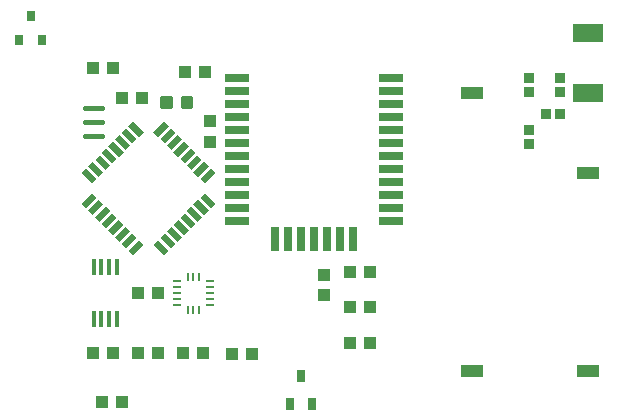
<source format=gtp>
G75*
%MOIN*%
%OFA0B0*%
%FSLAX25Y25*%
%IPPOS*%
%LPD*%
%AMOC8*
5,1,8,0,0,1.08239X$1,22.5*
%
%ADD10R,0.04331X0.03937*%
%ADD11C,0.01181*%
%ADD12R,0.03937X0.04331*%
%ADD13R,0.05000X0.02200*%
%ADD14R,0.02200X0.05000*%
%ADD15R,0.02756X0.01102*%
%ADD16R,0.01102X0.02756*%
%ADD17C,0.01772*%
%ADD18R,0.07874X0.02756*%
%ADD19R,0.02756X0.07874*%
%ADD20R,0.03346X0.03543*%
%ADD21R,0.03543X0.03346*%
%ADD22R,0.03150X0.03937*%
%ADD23R,0.07677X0.03937*%
%ADD24R,0.09843X0.06299*%
%ADD25R,0.01600X0.05400*%
%ADD26R,0.03150X0.03543*%
D10*
X0100358Y0032209D03*
X0107051Y0032209D03*
X0115358Y0032209D03*
X0122051Y0032209D03*
X0130358Y0032209D03*
X0137051Y0032209D03*
X0146579Y0031815D03*
X0153272Y0031815D03*
X0185949Y0035752D03*
X0192642Y0035752D03*
X0192642Y0047563D03*
X0185949Y0047563D03*
X0185949Y0059374D03*
X0192642Y0059374D03*
X0122051Y0052209D03*
X0115358Y0052209D03*
X0109965Y0016067D03*
X0103272Y0016067D03*
X0109846Y0117209D03*
X0116539Y0117209D03*
X0130831Y0125909D03*
X0137524Y0125909D03*
X0107051Y0127209D03*
X0100358Y0127209D03*
D11*
X0123323Y0117169D02*
X0123323Y0114413D01*
X0123323Y0117169D02*
X0126079Y0117169D01*
X0126079Y0114413D01*
X0123323Y0114413D01*
X0123323Y0115593D02*
X0126079Y0115593D01*
X0126079Y0116773D02*
X0123323Y0116773D01*
X0130228Y0117169D02*
X0130228Y0114413D01*
X0130228Y0117169D02*
X0132984Y0117169D01*
X0132984Y0114413D01*
X0130228Y0114413D01*
X0130228Y0115593D02*
X0132984Y0115593D01*
X0132984Y0116773D02*
X0130228Y0116773D01*
D12*
X0139335Y0109492D03*
X0139335Y0102799D03*
X0177091Y0058390D03*
X0177091Y0051697D03*
D13*
G36*
X0134984Y0076054D02*
X0131450Y0079588D01*
X0133006Y0081144D01*
X0136540Y0077610D01*
X0134984Y0076054D01*
G37*
G36*
X0132757Y0073827D02*
X0129223Y0077361D01*
X0130779Y0078917D01*
X0134313Y0075383D01*
X0132757Y0073827D01*
G37*
G36*
X0130530Y0071600D02*
X0126996Y0075134D01*
X0128552Y0076690D01*
X0132086Y0073156D01*
X0130530Y0071600D01*
G37*
G36*
X0128303Y0069373D02*
X0124769Y0072907D01*
X0126325Y0074463D01*
X0129859Y0070929D01*
X0128303Y0069373D01*
G37*
G36*
X0126076Y0067146D02*
X0122542Y0070680D01*
X0124098Y0072236D01*
X0127632Y0068702D01*
X0126076Y0067146D01*
G37*
G36*
X0123849Y0064919D02*
X0120315Y0068453D01*
X0121871Y0070009D01*
X0125405Y0066475D01*
X0123849Y0064919D01*
G37*
G36*
X0137212Y0078281D02*
X0133678Y0081815D01*
X0135234Y0083371D01*
X0138768Y0079837D01*
X0137212Y0078281D01*
G37*
G36*
X0139439Y0080508D02*
X0135905Y0084042D01*
X0137461Y0085598D01*
X0140995Y0082064D01*
X0139439Y0080508D01*
G37*
G36*
X0108857Y0097727D02*
X0105323Y0101261D01*
X0106879Y0102817D01*
X0110413Y0099283D01*
X0108857Y0097727D01*
G37*
G36*
X0106630Y0095500D02*
X0103096Y0099034D01*
X0104652Y0100590D01*
X0108186Y0097056D01*
X0106630Y0095500D01*
G37*
G36*
X0104403Y0093273D02*
X0100869Y0096807D01*
X0102425Y0098363D01*
X0105959Y0094829D01*
X0104403Y0093273D01*
G37*
G36*
X0102176Y0091046D02*
X0098642Y0094580D01*
X0100198Y0096136D01*
X0103732Y0092602D01*
X0102176Y0091046D01*
G37*
G36*
X0099949Y0088819D02*
X0096415Y0092353D01*
X0097971Y0093909D01*
X0101505Y0090375D01*
X0099949Y0088819D01*
G37*
G36*
X0111084Y0099954D02*
X0107550Y0103488D01*
X0109106Y0105044D01*
X0112640Y0101510D01*
X0111084Y0099954D01*
G37*
G36*
X0113311Y0102182D02*
X0109777Y0105716D01*
X0111333Y0107272D01*
X0114867Y0103738D01*
X0113311Y0102182D01*
G37*
G36*
X0115538Y0104409D02*
X0112004Y0107943D01*
X0113560Y0109499D01*
X0117094Y0105965D01*
X0115538Y0104409D01*
G37*
D14*
G36*
X0121871Y0104409D02*
X0120315Y0105965D01*
X0123849Y0109499D01*
X0125405Y0107943D01*
X0121871Y0104409D01*
G37*
G36*
X0124098Y0102182D02*
X0122542Y0103738D01*
X0126076Y0107272D01*
X0127632Y0105716D01*
X0124098Y0102182D01*
G37*
G36*
X0126325Y0099954D02*
X0124769Y0101510D01*
X0128303Y0105044D01*
X0129859Y0103488D01*
X0126325Y0099954D01*
G37*
G36*
X0128552Y0097727D02*
X0126996Y0099283D01*
X0130530Y0102817D01*
X0132086Y0101261D01*
X0128552Y0097727D01*
G37*
G36*
X0130779Y0095500D02*
X0129223Y0097056D01*
X0132757Y0100590D01*
X0134313Y0099034D01*
X0130779Y0095500D01*
G37*
G36*
X0133006Y0093273D02*
X0131450Y0094829D01*
X0134984Y0098363D01*
X0136540Y0096807D01*
X0133006Y0093273D01*
G37*
G36*
X0135234Y0091046D02*
X0133678Y0092602D01*
X0137212Y0096136D01*
X0138768Y0094580D01*
X0135234Y0091046D01*
G37*
G36*
X0137461Y0088819D02*
X0135905Y0090375D01*
X0139439Y0093909D01*
X0140995Y0092353D01*
X0137461Y0088819D01*
G37*
G36*
X0109106Y0069373D02*
X0107550Y0070929D01*
X0111084Y0074463D01*
X0112640Y0072907D01*
X0109106Y0069373D01*
G37*
G36*
X0111333Y0067146D02*
X0109777Y0068702D01*
X0113311Y0072236D01*
X0114867Y0070680D01*
X0111333Y0067146D01*
G37*
G36*
X0113560Y0064919D02*
X0112004Y0066475D01*
X0115538Y0070009D01*
X0117094Y0068453D01*
X0113560Y0064919D01*
G37*
G36*
X0106879Y0071600D02*
X0105323Y0073156D01*
X0108857Y0076690D01*
X0110413Y0075134D01*
X0106879Y0071600D01*
G37*
G36*
X0104652Y0073827D02*
X0103096Y0075383D01*
X0106630Y0078917D01*
X0108186Y0077361D01*
X0104652Y0073827D01*
G37*
G36*
X0102425Y0076054D02*
X0100869Y0077610D01*
X0104403Y0081144D01*
X0105959Y0079588D01*
X0102425Y0076054D01*
G37*
G36*
X0100198Y0078281D02*
X0098642Y0079837D01*
X0102176Y0083371D01*
X0103732Y0081815D01*
X0100198Y0078281D01*
G37*
G36*
X0097971Y0080508D02*
X0096415Y0082064D01*
X0099949Y0085598D01*
X0101505Y0084042D01*
X0097971Y0080508D01*
G37*
D15*
X0128193Y0056146D03*
X0128193Y0054177D03*
X0128193Y0052209D03*
X0128193Y0050240D03*
X0128193Y0048272D03*
X0139217Y0048272D03*
X0139217Y0050240D03*
X0139217Y0052209D03*
X0139217Y0054177D03*
X0139217Y0056146D03*
D16*
X0135673Y0057720D03*
X0133705Y0057720D03*
X0131736Y0057720D03*
X0131736Y0046697D03*
X0133705Y0046697D03*
X0135673Y0046697D03*
D17*
X0103340Y0104571D02*
X0097612Y0104571D01*
X0097612Y0109295D02*
X0103340Y0109295D01*
X0103340Y0114020D02*
X0097612Y0114020D01*
D18*
X0148232Y0115280D03*
X0148232Y0119610D03*
X0148232Y0123941D03*
X0148232Y0110949D03*
X0148232Y0106618D03*
X0148232Y0102287D03*
X0148232Y0097957D03*
X0148232Y0093626D03*
X0148232Y0089295D03*
X0148232Y0084965D03*
X0148232Y0080634D03*
X0148232Y0076303D03*
X0199413Y0076303D03*
X0199413Y0080634D03*
X0199413Y0084965D03*
X0199413Y0089295D03*
X0199413Y0093626D03*
X0199413Y0097957D03*
X0199413Y0102287D03*
X0199413Y0106618D03*
X0199413Y0110949D03*
X0199413Y0115280D03*
X0199413Y0119610D03*
X0199413Y0123941D03*
D19*
X0186815Y0070398D03*
X0182484Y0070398D03*
X0178154Y0070398D03*
X0173823Y0070398D03*
X0169492Y0070398D03*
X0165161Y0070398D03*
X0160831Y0070398D03*
D20*
X0251185Y0112130D03*
X0255752Y0112130D03*
D21*
X0255831Y0119295D03*
X0255831Y0123862D03*
X0245594Y0123862D03*
X0245594Y0119295D03*
X0245594Y0106539D03*
X0245594Y0101972D03*
D22*
X0169610Y0024728D03*
X0165870Y0015280D03*
X0173350Y0015280D03*
D23*
X0226697Y0026303D03*
X0265280Y0026303D03*
X0265280Y0092445D03*
X0226697Y0118823D03*
D24*
X0265280Y0118823D03*
X0265280Y0138902D03*
D25*
X0108094Y0060887D03*
X0105535Y0060887D03*
X0102976Y0060887D03*
X0100417Y0060887D03*
X0100417Y0043687D03*
X0102976Y0043687D03*
X0105535Y0043687D03*
X0108094Y0043687D03*
D26*
X0083193Y0136539D03*
X0075713Y0136539D03*
X0079453Y0144807D03*
M02*

</source>
